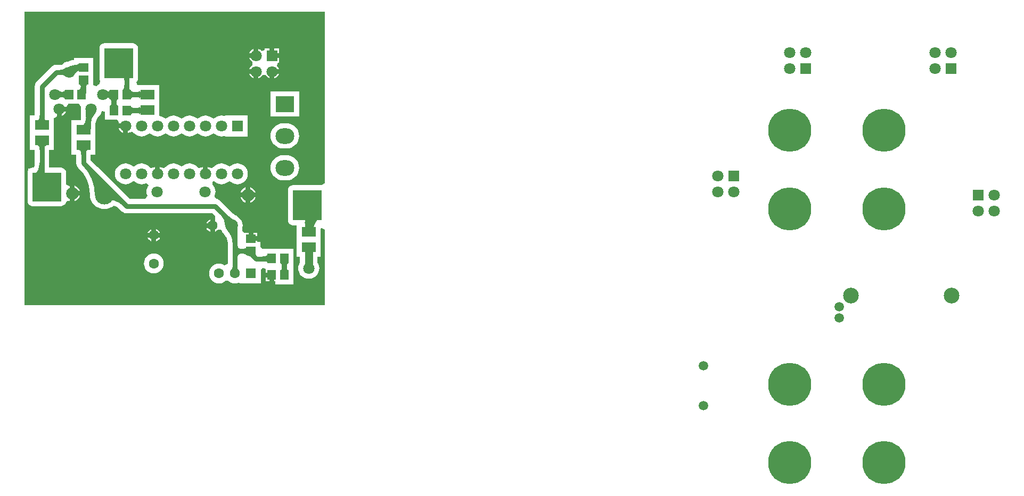
<source format=gtl>
%FSLAX25Y25*%
%MOIN*%
G70*
G01*
G75*
G04 Layer_Physical_Order=1*
G04 Layer_Color=255*
%ADD10C,0.03000*%
%ADD11C,0.05000*%
%ADD12R,0.09055X0.05906*%
%ADD13R,0.05906X0.05512*%
%ADD14R,0.05512X0.05906*%
%ADD15R,0.18000X0.19000*%
%ADD16R,0.18000X0.18000*%
%ADD17C,0.09843*%
%ADD18C,0.05906*%
%ADD19C,0.07087*%
%ADD20R,0.07087X0.07087*%
%ADD21C,0.07874*%
%ADD22C,0.06299*%
%ADD23R,0.06299X0.06299*%
%ADD24C,0.06299*%
%ADD25C,0.27000*%
%ADD26O,0.11811X0.09843*%
%ADD27R,0.11811X0.09843*%
%ADD28R,0.07087X0.07087*%
%ADD29C,0.11811*%
G36*
X2788000Y860550D02*
X2787662Y860097D01*
X2786032Y859022D01*
X2786000Y859026D01*
X2768000D01*
X2767217Y858923D01*
X2766487Y858620D01*
X2765860Y858140D01*
X2765380Y857513D01*
X2765077Y856783D01*
X2764974Y856000D01*
Y837000D01*
X2765077Y836217D01*
X2765380Y835487D01*
X2765860Y834860D01*
X2766487Y834379D01*
X2767217Y834077D01*
X2768000Y833974D01*
X2770472D01*
Y823981D01*
Y814113D01*
X2772453D01*
Y810502D01*
X2771926Y809516D01*
X2771551Y808283D01*
X2771425Y807000D01*
X2771551Y805717D01*
X2771926Y804484D01*
X2772533Y803347D01*
X2773351Y802351D01*
X2774347Y801533D01*
X2775484Y800926D01*
X2776717Y800551D01*
X2778000Y800425D01*
X2779283Y800551D01*
X2780516Y800926D01*
X2781653Y801533D01*
X2782649Y802351D01*
X2783467Y803347D01*
X2784075Y804484D01*
X2784449Y805717D01*
X2784575Y807000D01*
X2784449Y808283D01*
X2784075Y809516D01*
X2783548Y810502D01*
Y814113D01*
X2785528D01*
Y823981D01*
Y831952D01*
X2786032Y832224D01*
X2788000Y831048D01*
Y784000D01*
X2600000D01*
Y968000D01*
X2788000D01*
Y860550D01*
D02*
G37*
%LPC*%
G36*
X2741500Y857722D02*
Y854500D01*
X2744723D01*
X2744312Y855490D01*
X2743521Y856521D01*
X2742490Y857312D01*
X2741500Y857722D01*
D02*
G37*
G36*
X2738500D02*
X2737510Y857312D01*
X2736479Y856521D01*
X2735687Y855490D01*
X2735278Y854500D01*
X2738500D01*
Y857722D01*
D02*
G37*
G36*
X2744723Y851500D02*
X2741500D01*
Y848277D01*
X2742490Y848687D01*
X2743521Y849479D01*
X2744312Y850510D01*
X2744723Y851500D01*
D02*
G37*
G36*
X2634723Y852500D02*
X2631500D01*
Y849277D01*
X2632490Y849687D01*
X2633521Y850479D01*
X2634312Y851510D01*
X2634723Y852500D01*
D02*
G37*
G36*
X2763984Y897960D02*
X2762016D01*
X2760463Y897807D01*
X2758970Y897354D01*
X2757594Y896618D01*
X2756388Y895628D01*
X2755398Y894422D01*
X2754662Y893046D01*
X2754209Y891553D01*
X2754056Y890000D01*
X2754209Y888447D01*
X2754662Y886954D01*
X2755398Y885578D01*
X2756388Y884372D01*
X2757594Y883382D01*
X2758970Y882646D01*
X2760463Y882193D01*
X2762016Y882040D01*
X2763984D01*
X2765537Y882193D01*
X2767030Y882646D01*
X2768406Y883382D01*
X2769613Y884372D01*
X2770602Y885578D01*
X2771338Y886954D01*
X2771791Y888447D01*
X2771944Y890000D01*
X2771791Y891553D01*
X2771338Y893046D01*
X2770602Y894422D01*
X2769613Y895628D01*
X2768406Y896618D01*
X2767030Y897354D01*
X2765537Y897807D01*
X2763984Y897960D01*
D02*
G37*
G36*
X2661800Y894700D02*
X2659004D01*
X2659331Y893909D01*
X2660060Y892960D01*
X2661009Y892231D01*
X2661800Y891904D01*
Y894700D01*
D02*
G37*
G36*
X2631500Y858722D02*
Y855500D01*
X2634723D01*
X2634312Y856490D01*
X2633521Y857521D01*
X2632490Y858313D01*
X2631500Y858722D01*
D02*
G37*
G36*
X2763984Y877960D02*
X2762016D01*
X2760463Y877807D01*
X2758970Y877354D01*
X2757594Y876618D01*
X2756388Y875628D01*
X2755398Y874422D01*
X2754662Y873046D01*
X2754209Y871553D01*
X2754056Y870000D01*
X2754209Y868447D01*
X2754662Y866954D01*
X2755398Y865578D01*
X2756388Y864372D01*
X2757594Y863382D01*
X2758970Y862646D01*
X2760463Y862193D01*
X2762016Y862040D01*
X2763984D01*
X2765537Y862193D01*
X2767030Y862646D01*
X2768406Y863382D01*
X2769613Y864372D01*
X2770602Y865578D01*
X2771338Y866954D01*
X2771791Y868447D01*
X2771944Y870000D01*
X2771791Y871553D01*
X2771338Y873046D01*
X2770602Y874422D01*
X2769613Y875628D01*
X2768406Y876618D01*
X2767030Y877354D01*
X2765537Y877807D01*
X2763984Y877960D01*
D02*
G37*
G36*
X2738500Y851500D02*
X2735278D01*
X2735687Y850510D01*
X2736479Y849479D01*
X2737510Y848687D01*
X2738500Y848277D01*
Y851500D01*
D02*
G37*
G36*
X2679500Y826217D02*
X2677130D01*
X2677375Y825624D01*
X2678041Y824757D01*
X2678907Y824092D01*
X2679500Y823846D01*
Y826217D01*
D02*
G37*
G36*
X2684870D02*
X2682500D01*
Y823846D01*
X2683093Y824092D01*
X2683960Y824757D01*
X2684625Y825624D01*
X2684870Y826217D01*
D02*
G37*
G36*
X2753363Y801200D02*
X2751107D01*
Y798747D01*
X2753363D01*
Y801200D01*
D02*
G37*
G36*
X2681000Y816179D02*
X2679795Y816061D01*
X2678635Y815709D01*
X2677567Y815138D01*
X2676631Y814369D01*
X2675862Y813433D01*
X2675291Y812365D01*
X2674939Y811205D01*
X2674821Y810000D01*
X2674939Y808794D01*
X2675291Y807635D01*
X2675862Y806567D01*
X2676631Y805630D01*
X2677567Y804862D01*
X2678635Y804291D01*
X2679795Y803939D01*
X2681000Y803821D01*
X2682206Y803939D01*
X2683365Y804291D01*
X2684433Y804862D01*
X2685369Y805630D01*
X2686138Y806567D01*
X2686709Y807635D01*
X2687061Y808794D01*
X2687179Y810000D01*
X2687061Y811205D01*
X2686709Y812365D01*
X2686138Y813433D01*
X2685369Y814369D01*
X2684433Y815138D01*
X2683365Y815709D01*
X2682206Y816061D01*
X2681000Y816179D01*
D02*
G37*
G36*
X2743300Y829330D02*
Y827074D01*
X2745753D01*
Y829330D01*
X2743300D01*
D02*
G37*
G36*
X2716300Y832200D02*
X2713930D01*
X2714175Y831607D01*
X2714841Y830741D01*
X2715707Y830075D01*
X2716300Y829830D01*
Y832200D01*
D02*
G37*
G36*
Y837570D02*
X2715707Y837325D01*
X2714841Y836660D01*
X2714175Y835793D01*
X2713930Y835200D01*
X2716300D01*
Y837570D01*
D02*
G37*
G36*
X2679500Y831587D02*
X2678907Y831341D01*
X2678041Y830676D01*
X2677375Y829809D01*
X2677130Y829216D01*
X2679500D01*
Y831587D01*
D02*
G37*
G36*
X2682500D02*
Y829216D01*
X2684870D01*
X2684625Y829809D01*
X2683960Y830676D01*
X2683093Y831341D01*
X2682500Y831587D01*
D02*
G37*
G36*
X2771906Y917921D02*
X2754095D01*
Y902079D01*
X2771906D01*
Y917921D01*
D02*
G37*
G36*
X2759296Y928832D02*
X2756500D01*
Y926036D01*
X2757291Y926364D01*
X2758240Y927092D01*
X2758969Y928041D01*
X2759296Y928832D01*
D02*
G37*
G36*
X2743500Y944629D02*
X2742709Y944301D01*
X2741760Y943573D01*
X2741031Y942624D01*
X2740704Y941832D01*
X2743500D01*
Y944629D01*
D02*
G37*
G36*
X2626196Y905200D02*
X2623400D01*
Y902404D01*
X2624191Y902731D01*
X2625140Y903460D01*
X2625869Y904409D01*
X2626196Y905200D01*
D02*
G37*
G36*
X2743500Y928832D02*
X2740704D01*
X2741031Y928041D01*
X2741760Y927092D01*
X2742709Y926364D01*
X2743500Y926036D01*
Y928832D01*
D02*
G37*
G36*
X2759543Y944876D02*
X2756500D01*
Y941832D01*
X2759543D01*
Y944876D01*
D02*
G37*
G36*
X2753500D02*
X2750457D01*
Y943918D01*
X2748488Y943250D01*
X2748240Y943573D01*
X2747291Y944301D01*
X2746500Y944629D01*
Y940332D01*
X2745000D01*
Y938832D01*
X2740704D01*
X2741031Y938041D01*
X2741760Y937092D01*
X2742709Y936364D01*
Y934301D01*
X2741760Y933573D01*
X2741031Y932623D01*
X2740704Y931832D01*
X2745000D01*
Y930332D01*
X2746500D01*
Y926036D01*
X2747291Y926364D01*
X2748240Y927092D01*
X2748969Y928041D01*
X2751031D01*
X2751760Y927092D01*
X2752709Y926364D01*
X2753500Y926036D01*
Y930332D01*
X2755000D01*
Y931832D01*
X2759296D01*
X2758969Y932623D01*
X2758240Y933573D01*
X2757917Y933821D01*
X2758586Y935789D01*
X2759543D01*
Y938832D01*
X2755000D01*
Y940332D01*
X2753500D01*
Y944876D01*
D02*
G37*
G36*
X2668000Y948026D02*
X2650000D01*
X2649217Y947923D01*
X2648487Y947620D01*
X2647860Y947140D01*
X2647379Y946513D01*
X2647077Y945783D01*
X2646974Y945000D01*
Y926000D01*
X2647077Y925217D01*
X2647379Y924487D01*
X2647465Y924376D01*
X2647494Y924157D01*
X2647139Y922692D01*
X2646821Y922177D01*
X2646484Y922075D01*
X2645347Y921467D01*
X2644921Y921117D01*
X2643085Y921840D01*
X2642953Y921964D01*
Y922277D01*
X2642967Y922382D01*
X2642953Y922488D01*
Y927244D01*
Y938756D01*
X2634165D01*
X2634059Y938770D01*
X2633954Y938756D01*
X2631047D01*
Y937539D01*
X2631000D01*
X2629825Y937384D01*
X2629773Y937363D01*
X2629738Y937359D01*
X2627904Y936803D01*
X2627360Y936512D01*
X2626717Y936449D01*
X2625484Y936075D01*
X2624347Y935467D01*
X2623346Y934654D01*
X2621425Y934539D01*
X2620000D01*
X2618825Y934384D01*
X2617731Y933931D01*
X2616791Y933209D01*
X2607747Y924166D01*
X2607026Y923226D01*
X2606573Y922131D01*
X2606418Y920957D01*
Y902887D01*
X2603472D01*
Y890981D01*
Y881113D01*
X2606461D01*
Y872521D01*
X2606346Y871348D01*
X2605945Y870026D01*
X2605000D01*
X2604217Y869923D01*
X2603487Y869621D01*
X2603386Y869543D01*
X2602457D01*
Y868614D01*
X2602379Y868513D01*
X2602077Y867783D01*
X2601974Y867000D01*
Y849000D01*
X2602077Y848217D01*
X2602379Y847487D01*
X2602860Y846860D01*
X2603487Y846379D01*
X2604217Y846077D01*
X2605000Y845974D01*
X2623000D01*
X2623783Y846077D01*
X2624513Y846379D01*
X2625140Y846860D01*
X2625620Y847487D01*
X2625923Y848217D01*
X2625948Y848405D01*
X2626723Y849041D01*
X2627184Y849287D01*
X2627994Y849487D01*
X2628500Y849277D01*
Y854000D01*
Y858722D01*
X2627994Y858513D01*
X2626587Y859147D01*
X2626026Y859655D01*
Y867000D01*
X2625923Y867783D01*
X2625620Y868513D01*
X2625140Y869140D01*
X2624513Y869621D01*
X2623783Y869923D01*
X2623000Y870026D01*
X2615539D01*
Y881113D01*
X2618528D01*
Y890981D01*
Y901138D01*
X2618641Y901305D01*
X2620400Y902309D01*
Y906700D01*
X2621900D01*
Y908200D01*
X2626317D01*
X2627333Y909958D01*
X2627468Y910047D01*
X2634155D01*
X2635480Y908079D01*
X2635451Y907983D01*
X2635325Y906700D01*
X2635451Y905417D01*
X2635479Y905328D01*
X2635478Y904929D01*
X2635461Y904800D01*
Y900782D01*
X2635352Y899953D01*
X2629472D01*
Y888047D01*
Y878179D01*
X2632461D01*
Y873000D01*
X2632616Y871825D01*
X2633069Y870731D01*
X2633791Y869791D01*
X2634732Y868849D01*
X2636334Y867023D01*
X2638008Y864517D01*
X2639340Y861815D01*
X2640309Y858962D01*
X2640897Y856007D01*
X2641077Y853259D01*
X2641051Y853000D01*
X2641223Y851254D01*
X2641733Y849576D01*
X2642559Y848028D01*
X2643672Y846672D01*
X2645028Y845560D01*
X2646576Y844733D01*
X2648254Y844223D01*
X2650000Y844051D01*
X2651746Y844223D01*
X2653424Y844733D01*
X2654972Y845560D01*
X2655906Y846326D01*
X2656910Y845910D01*
X2658349Y845028D01*
X2659801Y843781D01*
X2660791Y842791D01*
X2661222Y842460D01*
X2661731Y842069D01*
X2662825Y841616D01*
X2664000Y841461D01*
X2717610D01*
X2719509Y839561D01*
X2719300Y838953D01*
Y833700D01*
Y829830D01*
X2719893Y830075D01*
X2720760Y830741D01*
X2721077Y831154D01*
X2722744Y831081D01*
X2723253Y830878D01*
X2723573Y830280D01*
X2723815Y829827D01*
X2724678Y828767D01*
X2725882Y827297D01*
X2726619Y825918D01*
X2727123Y824258D01*
X2727261Y822851D01*
Y817700D01*
Y809720D01*
X2725293Y808789D01*
X2725233Y808838D01*
X2724165Y809409D01*
X2723005Y809761D01*
X2721800Y809879D01*
X2720594Y809761D01*
X2719435Y809409D01*
X2718367Y808838D01*
X2717430Y808070D01*
X2716662Y807133D01*
X2716091Y806065D01*
X2715739Y804906D01*
X2715621Y803700D01*
X2715739Y802495D01*
X2716091Y801335D01*
X2716662Y800267D01*
X2717430Y799331D01*
X2718367Y798562D01*
X2719435Y797991D01*
X2720594Y797639D01*
X2721800Y797521D01*
X2723005Y797639D01*
X2724165Y797991D01*
X2725233Y798562D01*
X2726170Y799331D01*
X2727431D01*
X2728367Y798562D01*
X2729435Y797991D01*
X2730594Y797639D01*
X2731800Y797521D01*
X2733006Y797639D01*
X2733682Y797845D01*
X2735650Y797550D01*
Y797550D01*
X2735650Y797550D01*
X2747950D01*
Y805758D01*
X2749107Y807247D01*
X2749385D01*
X2751107Y806653D01*
X2751107Y805622D01*
Y804200D01*
X2754863D01*
Y802700D01*
X2756363D01*
Y798747D01*
X2756981D01*
Y796747D01*
X2768493D01*
Y805535D01*
X2768507Y805641D01*
X2768493Y805746D01*
Y810154D01*
X2768507Y810259D01*
X2768493Y810365D01*
Y819153D01*
X2749107D01*
X2747753Y820560D01*
Y823456D01*
X2745753D01*
Y824074D01*
X2741800D01*
Y825574D01*
X2740300D01*
Y829330D01*
X2737847D01*
X2736339Y830441D01*
Y830931D01*
X2736359Y831889D01*
X2736375Y832101D01*
X2736448Y832340D01*
X2736582Y833700D01*
X2736448Y835060D01*
X2736051Y836368D01*
X2735407Y837573D01*
X2734540Y838629D01*
X2733484Y839496D01*
X2732428Y840060D01*
X2732401Y840078D01*
X2732356Y840098D01*
X2732279Y840140D01*
X2732248Y840149D01*
X2731921Y840302D01*
X2731811Y840364D01*
X2731406Y840623D01*
X2731291Y840707D01*
X2730710Y841199D01*
X2728512Y843397D01*
X2727205Y844703D01*
X2727126Y844796D01*
X2725728Y846181D01*
X2722699Y849209D01*
X2721759Y849931D01*
X2720664Y850384D01*
X2720216Y850443D01*
X2719187Y851956D01*
X2719074Y852484D01*
X2719449Y853717D01*
X2719575Y855000D01*
X2719449Y856283D01*
X2719074Y857516D01*
X2718467Y858653D01*
X2717883Y859365D01*
X2717760Y860236D01*
X2718062Y861828D01*
X2718164Y861908D01*
X2718364Y861901D01*
X2718651Y861551D01*
X2719647Y860733D01*
X2720784Y860126D01*
X2722017Y859751D01*
X2723300Y859625D01*
X2724583Y859751D01*
X2725816Y860126D01*
X2726953Y860733D01*
X2728300Y861382D01*
X2729647Y860733D01*
X2730784Y860126D01*
X2732017Y859751D01*
X2733300Y859625D01*
X2734583Y859751D01*
X2735816Y860126D01*
X2736953Y860733D01*
X2737949Y861551D01*
X2738767Y862547D01*
X2739375Y863684D01*
X2739749Y864917D01*
X2739875Y866200D01*
X2739749Y867483D01*
X2739375Y868716D01*
X2738767Y869853D01*
X2737949Y870849D01*
X2736953Y871667D01*
X2735816Y872274D01*
X2734583Y872649D01*
X2733300Y872775D01*
X2732017Y872649D01*
X2730784Y872274D01*
X2729647Y871667D01*
X2728300Y871018D01*
X2726953Y871667D01*
X2725816Y872274D01*
X2724583Y872649D01*
X2723300Y872775D01*
X2722017Y872649D01*
X2720784Y872274D01*
X2719647Y871667D01*
X2718651Y870849D01*
X2718284Y870402D01*
X2717374Y869900D01*
X2715718Y870071D01*
X2715591Y870169D01*
X2714800Y870496D01*
Y866200D01*
X2711800D01*
Y870496D01*
X2711009Y870169D01*
X2710882Y870071D01*
X2709226Y869900D01*
X2708316Y870402D01*
X2707949Y870849D01*
X2706953Y871667D01*
X2705816Y872274D01*
X2704583Y872649D01*
X2703300Y872775D01*
X2702017Y872649D01*
X2700784Y872274D01*
X2699647Y871667D01*
X2698300Y871018D01*
X2696953Y871667D01*
X2695816Y872274D01*
X2694583Y872649D01*
X2693300Y872775D01*
X2692017Y872649D01*
X2690784Y872274D01*
X2689647Y871667D01*
X2688651Y870849D01*
X2688284Y870402D01*
X2687374Y869900D01*
X2685718Y870071D01*
X2685591Y870169D01*
X2684800Y870496D01*
Y866200D01*
X2681800D01*
Y870496D01*
X2681009Y870169D01*
X2680882Y870071D01*
X2679226Y869900D01*
X2678316Y870402D01*
X2677949Y870849D01*
X2676953Y871667D01*
X2675816Y872274D01*
X2674583Y872649D01*
X2673300Y872775D01*
X2672017Y872649D01*
X2670784Y872274D01*
X2669647Y871667D01*
X2668651Y870849D01*
X2667949D01*
X2666953Y871667D01*
X2665816Y872274D01*
X2664583Y872649D01*
X2663300Y872775D01*
X2662017Y872649D01*
X2660784Y872274D01*
X2659647Y871667D01*
X2658651Y870849D01*
X2657833Y869853D01*
X2657225Y868716D01*
X2656851Y867483D01*
X2656725Y866200D01*
X2656851Y864917D01*
X2657225Y863684D01*
X2657833Y862547D01*
X2658651Y861551D01*
X2659647Y860733D01*
X2660784Y860126D01*
X2662017Y859751D01*
X2663300Y859625D01*
X2664583Y859751D01*
X2665816Y860126D01*
X2666953Y860733D01*
X2667949Y861551D01*
X2668651D01*
X2669647Y860733D01*
X2670784Y860126D01*
X2672017Y859751D01*
X2673300Y859625D01*
X2674583Y859751D01*
X2675816Y860126D01*
X2676491Y860487D01*
X2677765Y858935D01*
X2677533Y858653D01*
X2676925Y857516D01*
X2676551Y856283D01*
X2676425Y855000D01*
X2676551Y853717D01*
X2676925Y852484D01*
X2675733Y850539D01*
X2665880D01*
X2661730Y854689D01*
X2661736Y854695D01*
X2661654Y854764D01*
X2656709Y859709D01*
X2656709Y859709D01*
X2650982Y865437D01*
X2650982Y865437D01*
X2650982Y865437D01*
X2647252Y869167D01*
X2645863Y870556D01*
X2645860Y870559D01*
X2645860Y870559D01*
X2644468Y871951D01*
X2641539Y874880D01*
Y878179D01*
X2644528D01*
Y888047D01*
Y894914D01*
X2644539Y895000D01*
Y896929D01*
X2644541Y896949D01*
X2644541Y896953D01*
X2644541Y896956D01*
X2644539Y897407D01*
X2644649Y898527D01*
X2645042Y899822D01*
X2645428Y900544D01*
X2646554Y902046D01*
X2647367Y903047D01*
X2647644Y903566D01*
X2647975Y904184D01*
X2648349Y905417D01*
X2650307Y905223D01*
Y900047D01*
X2658044D01*
X2658608Y899366D01*
X2659161Y898079D01*
X2659004Y897700D01*
X2663300D01*
Y896200D01*
X2664800D01*
Y891904D01*
X2665591Y892231D01*
X2665718Y892329D01*
X2667374Y892500D01*
X2668284Y891998D01*
X2668651Y891551D01*
X2669647Y890733D01*
X2670784Y890125D01*
X2672017Y889751D01*
X2673300Y889625D01*
X2674583Y889751D01*
X2675816Y890125D01*
X2676953Y890733D01*
X2678300Y891382D01*
X2679647Y890733D01*
X2680784Y890125D01*
X2682017Y889751D01*
X2683300Y889625D01*
X2684583Y889751D01*
X2685816Y890125D01*
X2686953Y890733D01*
X2688300Y891382D01*
X2689647Y890733D01*
X2690784Y890125D01*
X2692017Y889751D01*
X2693300Y889625D01*
X2694583Y889751D01*
X2695816Y890125D01*
X2696953Y890733D01*
X2698300Y891382D01*
X2699647Y890733D01*
X2700784Y890125D01*
X2702017Y889751D01*
X2703300Y889625D01*
X2704583Y889751D01*
X2705816Y890125D01*
X2706953Y890733D01*
X2708300Y891382D01*
X2709647Y890733D01*
X2710784Y890125D01*
X2712017Y889751D01*
X2713300Y889625D01*
X2714583Y889751D01*
X2715816Y890125D01*
X2716953Y890733D01*
X2718300Y891382D01*
X2719647Y890733D01*
X2720784Y890125D01*
X2722017Y889751D01*
X2723300Y889625D01*
X2724583Y889751D01*
X2724788Y889814D01*
X2726757Y889657D01*
X2726757Y889657D01*
X2726757Y889657D01*
X2739843D01*
Y902743D01*
X2726757D01*
X2726757Y902743D01*
X2724788Y902586D01*
X2724583Y902649D01*
X2723300Y902775D01*
X2722017Y902649D01*
X2720784Y902275D01*
X2719647Y901667D01*
X2718300Y901018D01*
X2716953Y901667D01*
X2715816Y902275D01*
X2714583Y902649D01*
X2713300Y902775D01*
X2712017Y902649D01*
X2710784Y902275D01*
X2709647Y901667D01*
X2708300Y901018D01*
X2706953Y901667D01*
X2705816Y902275D01*
X2704583Y902649D01*
X2703300Y902775D01*
X2702017Y902649D01*
X2700784Y902275D01*
X2699647Y901667D01*
X2698300Y901018D01*
X2696953Y901667D01*
X2695816Y902275D01*
X2694583Y902649D01*
X2693300Y902775D01*
X2692017Y902649D01*
X2690784Y902275D01*
X2689647Y901667D01*
X2688300Y901018D01*
X2686953Y901667D01*
X2685816Y902275D01*
X2684583Y902649D01*
X2684528Y902654D01*
Y909981D01*
Y921887D01*
X2672590D01*
X2672484Y921900D01*
X2672379Y921887D01*
X2670801D01*
X2670133Y923855D01*
X2670140Y923860D01*
X2670621Y924487D01*
X2670923Y925217D01*
X2671026Y926000D01*
Y945000D01*
X2670923Y945783D01*
X2670621Y946513D01*
X2670543Y946614D01*
Y946876D01*
X2670342D01*
X2670140Y947140D01*
X2669513Y947620D01*
X2668783Y947923D01*
X2668000Y948026D01*
D02*
G37*
%LPD*%
G36*
X2625470Y927520D02*
X2625269Y927706D01*
X2625050Y927873D01*
X2624813Y928020D01*
X2624559Y928147D01*
X2624288Y928255D01*
X2623998Y928343D01*
X2623691Y928412D01*
X2623366Y928461D01*
X2623024Y928490D01*
X2622664Y928500D01*
Y931500D01*
X2623024Y931510D01*
X2623366Y931539D01*
X2623691Y931588D01*
X2623998Y931657D01*
X2624288Y931745D01*
X2624559Y931853D01*
X2624813Y931980D01*
X2625050Y932127D01*
X2625269Y932294D01*
X2625470Y932480D01*
Y927520D01*
D02*
G37*
G36*
X2666435Y927758D02*
X2666245Y927560D01*
X2666076Y927344D01*
X2665926Y927110D01*
X2665796Y926859D01*
X2665686Y926589D01*
X2665597Y926300D01*
X2665527Y925994D01*
X2665477Y925670D01*
X2665447Y925328D01*
X2665437Y924967D01*
X2662437Y925026D01*
X2662427Y925386D01*
X2662399Y925729D01*
X2662350Y926054D01*
X2662283Y926362D01*
X2662197Y926653D01*
X2662091Y926926D01*
X2661966Y927182D01*
X2661821Y927421D01*
X2661658Y927642D01*
X2661475Y927846D01*
X2666435Y927758D01*
D02*
G37*
G36*
X2733381Y832539D02*
X2733364Y832410D01*
X2733336Y832033D01*
X2733301Y830406D01*
X2733300Y829963D01*
X2730300Y827462D01*
X2730286Y827864D01*
X2730243Y828229D01*
X2730173Y828558D01*
X2730073Y828850D01*
X2729946Y829105D01*
X2729790Y829324D01*
X2729606Y829506D01*
X2729394Y829651D01*
X2729153Y829759D01*
X2728884Y829831D01*
X2733400Y832629D01*
X2733381Y832539D01*
D02*
G37*
G36*
X2752119Y810259D02*
X2752089Y810495D01*
X2751999Y810706D01*
X2751849Y810892D01*
X2751639Y811053D01*
X2751369Y811190D01*
X2751039Y811302D01*
X2750649Y811388D01*
X2750199Y811450D01*
X2749689Y811488D01*
X2749119Y811500D01*
Y814500D01*
X2749689Y814515D01*
X2750199Y814560D01*
X2750649Y814635D01*
X2751039Y814740D01*
X2751369Y814875D01*
X2751639Y815040D01*
X2751849Y815235D01*
X2751999Y815460D01*
X2752089Y815715D01*
X2752119Y816000D01*
Y810259D01*
D02*
G37*
G36*
X2733307Y808026D02*
X2733363Y807420D01*
X2733413Y807148D01*
X2733476Y806897D01*
X2733554Y806666D01*
X2733645Y806456D01*
X2733751Y806267D01*
X2733871Y806098D01*
X2734005Y805949D01*
X2729595D01*
X2729729Y806098D01*
X2729849Y806267D01*
X2729955Y806456D01*
X2730046Y806666D01*
X2730124Y806897D01*
X2730187Y807148D01*
X2730237Y807420D01*
X2730272Y807713D01*
X2730293Y808026D01*
X2730300Y808359D01*
X2733300D01*
X2733307Y808026D01*
D02*
G37*
G36*
X2765245Y810229D02*
X2765033Y810139D01*
X2764846Y809989D01*
X2764685Y809779D01*
X2764548Y809509D01*
X2764436Y809179D01*
X2764349Y808789D01*
X2764287Y808339D01*
X2764260Y807971D01*
X2764349Y807111D01*
X2764436Y806721D01*
X2764548Y806391D01*
X2764685Y806121D01*
X2764846Y805911D01*
X2765033Y805761D01*
X2765245Y805671D01*
X2765481Y805641D01*
X2759993D01*
X2760229Y805671D01*
X2760441Y805761D01*
X2760628Y805911D01*
X2760789Y806121D01*
X2760926Y806391D01*
X2761038Y806721D01*
X2761125Y807111D01*
X2761187Y807561D01*
X2761214Y807929D01*
X2761125Y808789D01*
X2761038Y809179D01*
X2760926Y809509D01*
X2760789Y809779D01*
X2760628Y809989D01*
X2760441Y810139D01*
X2760229Y810229D01*
X2759993Y810259D01*
X2765481D01*
X2765245Y810229D01*
D02*
G37*
G36*
X2634059Y930256D02*
X2634029Y930492D01*
X2633939Y930704D01*
X2633789Y930890D01*
X2633579Y931052D01*
X2633309Y931189D01*
X2632979Y931301D01*
X2632589Y931388D01*
X2632139Y931450D01*
X2631629Y931488D01*
X2631059Y931500D01*
Y934500D01*
X2631629Y934512D01*
X2632589Y934612D01*
X2632979Y934699D01*
X2633309Y934811D01*
X2633579Y934948D01*
X2633789Y935110D01*
X2633939Y935296D01*
X2634029Y935508D01*
X2634059Y935744D01*
Y930256D01*
D02*
G37*
G36*
X2733330Y821630D02*
X2733420Y821120D01*
X2733570Y820670D01*
X2733780Y820280D01*
X2734050Y819950D01*
X2734380Y819680D01*
X2734770Y819470D01*
X2735220Y819320D01*
X2735730Y819230D01*
X2736171Y819207D01*
X2736429Y819212D01*
X2737389Y819312D01*
X2737779Y819399D01*
X2738109Y819511D01*
X2738379Y819648D01*
X2738589Y819810D01*
X2738739Y819996D01*
X2738829Y820208D01*
X2738859Y820444D01*
Y814956D01*
X2738829Y815192D01*
X2738739Y815404D01*
X2738589Y815590D01*
X2738379Y815752D01*
X2738109Y815889D01*
X2737779Y816001D01*
X2737389Y816088D01*
X2736939Y816150D01*
X2736429Y816188D01*
X2736171Y816193D01*
X2735730Y816170D01*
X2735220Y816080D01*
X2734770Y815930D01*
X2734380Y815720D01*
X2734050Y815450D01*
X2733780Y815120D01*
X2733570Y814730D01*
X2733420Y814280D01*
X2733330Y813770D01*
X2733300Y813200D01*
X2730300Y817700D01*
X2733300Y822200D01*
X2733330Y821630D01*
D02*
G37*
G36*
X2744523Y817049D02*
X2744383Y816885D01*
X2744320Y816679D01*
X2744336Y816430D01*
X2744429Y816140D01*
X2744600Y815808D01*
X2744848Y815434D01*
X2745175Y815018D01*
X2745579Y814560D01*
X2746061Y814061D01*
X2743044Y812835D01*
X2742532Y813329D01*
X2741588Y814130D01*
X2741156Y814436D01*
X2740752Y814679D01*
X2740374Y814860D01*
X2740023Y814978D01*
X2739699Y815034D01*
X2739402Y815026D01*
X2739132Y814956D01*
X2744741Y817171D01*
X2744523Y817049D01*
D02*
G37*
G36*
X2639715Y881173D02*
X2639460Y881083D01*
X2639235Y880933D01*
X2639040Y880722D01*
X2638875Y880451D01*
X2638740Y880119D01*
X2638635Y879728D01*
X2638560Y879276D01*
X2638515Y878764D01*
X2638500Y878191D01*
X2635500D01*
X2635485Y878764D01*
X2635440Y879276D01*
X2635365Y879728D01*
X2635260Y880119D01*
X2635125Y880451D01*
X2634960Y880722D01*
X2634765Y880933D01*
X2634540Y881083D01*
X2634285Y881173D01*
X2634000Y881203D01*
X2640000D01*
X2639715Y881173D01*
D02*
G37*
G36*
X2612531Y866531D02*
X2608000Y866519D01*
X2608285Y866550D01*
X2608540Y866641D01*
X2608765Y866792D01*
X2608960Y867003D01*
X2609125Y867274D01*
X2609260Y867605D01*
X2609365Y867997D01*
X2609440Y868448D01*
X2609485Y868960D01*
X2609500Y869531D01*
X2612500D01*
X2612531Y866531D01*
D02*
G37*
G36*
X2654085Y857265D02*
X2646829Y857982D01*
X2647163Y858230D01*
X2647417Y858498D01*
X2647590Y858785D01*
X2647683Y859091D01*
X2647695Y859417D01*
X2647626Y859762D01*
X2647477Y860126D01*
X2647247Y860509D01*
X2646936Y860912D01*
X2646545Y861334D01*
X2649777Y862344D01*
X2654085Y857265D01*
D02*
G37*
G36*
X2613715Y884107D02*
X2613460Y884017D01*
X2613235Y883866D01*
X2613040Y883655D01*
X2612875Y883384D01*
X2612740Y883053D01*
X2612635Y882662D01*
X2612560Y882210D01*
X2612515Y881698D01*
X2612500Y881125D01*
X2609500D01*
X2609485Y881698D01*
X2609440Y882210D01*
X2609365Y882662D01*
X2609260Y883053D01*
X2609125Y883384D01*
X2608960Y883655D01*
X2608765Y883866D01*
X2608540Y884017D01*
X2608285Y884107D01*
X2608000Y884137D01*
X2614000D01*
X2613715Y884107D01*
D02*
G37*
G36*
X2641516Y896941D02*
X2637000Y896929D01*
X2637285Y896960D01*
X2637540Y897050D01*
X2637765Y897202D01*
X2637960Y897413D01*
X2638125Y897684D01*
X2638260Y898015D01*
X2638365Y898406D01*
X2638440Y898858D01*
X2638485Y899369D01*
X2638500Y899941D01*
X2641500D01*
X2641516Y896941D01*
D02*
G37*
G36*
X2612472Y902302D02*
X2612517Y901790D01*
X2612592Y901338D01*
X2612697Y900947D01*
X2612832Y900616D01*
X2612997Y900344D01*
X2613192Y900134D01*
X2613417Y899983D01*
X2613672Y899893D01*
X2613957Y899863D01*
X2607957D01*
X2608242Y899893D01*
X2608497Y899983D01*
X2608722Y900134D01*
X2608917Y900344D01*
X2609082Y900616D01*
X2609217Y900947D01*
X2609322Y901338D01*
X2609397Y901790D01*
X2609442Y902302D01*
X2609457Y902875D01*
X2612457D01*
X2612472Y902302D01*
D02*
G37*
G36*
X2642637Y903234D02*
X2642421Y903169D01*
X2642228Y903070D01*
X2642057Y902936D01*
X2641909Y902769D01*
X2641784Y902568D01*
X2641682Y902333D01*
X2641602Y902064D01*
X2641545Y901761D01*
X2641511Y901424D01*
X2641500Y901053D01*
X2638500Y901583D01*
X2638505Y905686D01*
X2642637Y903234D01*
D02*
G37*
G36*
X2672484Y903125D02*
X2672454Y903387D01*
X2672364Y903620D01*
X2672214Y903826D01*
X2672004Y904005D01*
X2671734Y904156D01*
X2671404Y904280D01*
X2671014Y904376D01*
X2670564Y904445D01*
X2670054Y904486D01*
X2669585Y904498D01*
X2669111Y904486D01*
X2668601Y904442D01*
X2668151Y904370D01*
X2667761Y904270D01*
X2667431Y904140D01*
X2667161Y903981D01*
X2666951Y903794D01*
X2666801Y903578D01*
X2666711Y903333D01*
X2666681Y903059D01*
Y908941D01*
X2666711Y908667D01*
X2666801Y908422D01*
X2666951Y908206D01*
X2667161Y908019D01*
X2667431Y907860D01*
X2667761Y907730D01*
X2668151Y907630D01*
X2668601Y907558D01*
X2669111Y907514D01*
X2669581Y907502D01*
X2670054Y907515D01*
X2670564Y907560D01*
X2671014Y907635D01*
X2671404Y907740D01*
X2671734Y907875D01*
X2672004Y908040D01*
X2672214Y908235D01*
X2672364Y908460D01*
X2672454Y908715D01*
X2672484Y909000D01*
Y903125D01*
D02*
G37*
G36*
X2639667Y922352D02*
X2639422Y922262D01*
X2639206Y922112D01*
X2639019Y921902D01*
X2638860Y921632D01*
X2638730Y921302D01*
X2638630Y920912D01*
X2638558Y920465D01*
X2638618Y918941D01*
X2634000Y918929D01*
X2634285Y918960D01*
X2634540Y919051D01*
X2634765Y919201D01*
X2634960Y919413D01*
X2635125Y919684D01*
X2635260Y920015D01*
X2635365Y920406D01*
X2635409Y920671D01*
X2635370Y920912D01*
X2635270Y921302D01*
X2635140Y921632D01*
X2634981Y921902D01*
X2634794Y922112D01*
X2634578Y922262D01*
X2634333Y922352D01*
X2634059Y922382D01*
X2639941D01*
X2639667Y922352D01*
D02*
G37*
G36*
X2665450Y921371D02*
X2665549Y920411D01*
X2665636Y920021D01*
X2665748Y919691D01*
X2665885Y919421D01*
X2666047Y919211D01*
X2666233Y919061D01*
X2666445Y918971D01*
X2666681Y918941D01*
X2661193D01*
X2661429Y918971D01*
X2661641Y919061D01*
X2661827Y919211D01*
X2661989Y919421D01*
X2662126Y919691D01*
X2662238Y920021D01*
X2662325Y920411D01*
X2662387Y920861D01*
X2662425Y921371D01*
X2662437Y921941D01*
X2665437D01*
X2665450Y921371D01*
D02*
G37*
G36*
X2728594Y839025D02*
X2729420Y838326D01*
X2729699Y838123D01*
X2730261Y837763D01*
X2730544Y837606D01*
X2731115Y837338D01*
X2726003Y835277D01*
X2726110Y835567D01*
X2726174Y835858D01*
X2726197Y836149D01*
X2726177Y836439D01*
X2726117Y836730D01*
X2726014Y837020D01*
X2725870Y837311D01*
X2725683Y837602D01*
X2725455Y837892D01*
X2725186Y838183D01*
X2728322Y839289D01*
X2728594Y839025D01*
D02*
G37*
G36*
X2653319Y917587D02*
X2653634Y917539D01*
X2653976Y917510D01*
X2654336Y917500D01*
Y914500D01*
X2653976Y914490D01*
X2653634Y914461D01*
X2653319Y914413D01*
Y913059D01*
X2658807D01*
X2658571Y913029D01*
X2658359Y912939D01*
X2658172Y912789D01*
X2658011Y912579D01*
X2657874Y912309D01*
X2657762Y911979D01*
X2657675Y911589D01*
X2657613Y911139D01*
X2657607Y911064D01*
X2657675Y910411D01*
X2657762Y910021D01*
X2657874Y909691D01*
X2658011Y909421D01*
X2658172Y909211D01*
X2658359Y909061D01*
X2658571Y908971D01*
X2658807Y908941D01*
X2653319D01*
X2653555Y908971D01*
X2653767Y909061D01*
X2653954Y909211D01*
X2654115Y909421D01*
X2654252Y909691D01*
X2654364Y910021D01*
X2654451Y910411D01*
X2654513Y910861D01*
X2654519Y910936D01*
X2654451Y911589D01*
X2654364Y911979D01*
X2654252Y912309D01*
X2654115Y912579D01*
X2653954Y912789D01*
X2653767Y912939D01*
X2653555Y913029D01*
X2653319Y913059D01*
X2653289Y913333D01*
X2653199Y913578D01*
X2653049Y913794D01*
X2652839Y913981D01*
X2652569Y914140D01*
X2652495Y914169D01*
X2652441Y914147D01*
X2652187Y914020D01*
X2651950Y913873D01*
X2651731Y913706D01*
X2651530Y913520D01*
Y914421D01*
X2651399Y914442D01*
X2650889Y914486D01*
X2650319Y914500D01*
Y917500D01*
X2650889Y917514D01*
X2651399Y917558D01*
X2651530Y917579D01*
Y918480D01*
X2651731Y918294D01*
X2651950Y918127D01*
X2652187Y917980D01*
X2652441Y917853D01*
X2652495Y917831D01*
X2652569Y917860D01*
X2652839Y918019D01*
X2653049Y918206D01*
X2653199Y918422D01*
X2653289Y918667D01*
X2653319Y918941D01*
Y917587D01*
D02*
G37*
G36*
X2666711Y918667D02*
X2666801Y918422D01*
X2666951Y918206D01*
X2667161Y918019D01*
X2667431Y917860D01*
X2667761Y917731D01*
X2668151Y917630D01*
X2668601Y917558D01*
X2669111Y917514D01*
X2669585Y917502D01*
X2670054Y917514D01*
X2670564Y917555D01*
X2671014Y917624D01*
X2671404Y917720D01*
X2671734Y917844D01*
X2672004Y917995D01*
X2672214Y918174D01*
X2672364Y918380D01*
X2672454Y918613D01*
X2672484Y918875D01*
Y913000D01*
X2672454Y913285D01*
X2672364Y913540D01*
X2672214Y913765D01*
X2672004Y913960D01*
X2671734Y914125D01*
X2671404Y914260D01*
X2671014Y914365D01*
X2670564Y914440D01*
X2670054Y914485D01*
X2669581Y914497D01*
X2669111Y914486D01*
X2668601Y914442D01*
X2668151Y914370D01*
X2667761Y914270D01*
X2667431Y914140D01*
X2667161Y913981D01*
X2666951Y913794D01*
X2666801Y913578D01*
X2666711Y913333D01*
X2666681Y913059D01*
Y918941D01*
X2666711Y918667D01*
D02*
G37*
G36*
X2625256Y913059D02*
X2625226Y913333D01*
X2625136Y913578D01*
X2624986Y913794D01*
X2624776Y913981D01*
X2624506Y914140D01*
X2624176Y914270D01*
X2623786Y914370D01*
X2623421Y914429D01*
X2623309Y914412D01*
X2623002Y914343D01*
X2622712Y914255D01*
X2622441Y914147D01*
X2622186Y914020D01*
X2621950Y913873D01*
X2621731Y913706D01*
X2621530Y913520D01*
Y918480D01*
X2621731Y918294D01*
X2621950Y918127D01*
X2622186Y917980D01*
X2622441Y917853D01*
X2622712Y917745D01*
X2623002Y917657D01*
X2623309Y917588D01*
X2623421Y917571D01*
X2623786Y917630D01*
X2624176Y917731D01*
X2624506Y917860D01*
X2624776Y918019D01*
X2624986Y918206D01*
X2625136Y918422D01*
X2625226Y918667D01*
X2625256Y918941D01*
Y913059D01*
D02*
G37*
G36*
X2659344Y852777D02*
X2658334Y849545D01*
X2657912Y849936D01*
X2657509Y850247D01*
X2657126Y850477D01*
X2656762Y850626D01*
X2656417Y850695D01*
X2656091Y850683D01*
X2655785Y850591D01*
X2655498Y850417D01*
X2655230Y850163D01*
X2654982Y849829D01*
X2654265Y857085D01*
X2659344Y852777D01*
D02*
G37*
D10*
X2626555Y928555D02*
G03*
X2623067Y930000I-3488J-3488D01*
G01*
D02*
G03*
X2626555Y931445I0J4933D01*
G01*
X2631646Y933000D02*
G03*
X2627184Y930499I0J-5232D01*
G01*
X2637000Y933000D02*
G03*
X2629743Y928933I0J-8508D01*
G01*
X2620445Y917445D02*
G03*
X2623933Y916000I3488J3488D01*
G01*
D02*
G03*
X2620445Y914555I0J-4933D01*
G01*
X2650445Y917445D02*
G03*
X2653933Y916000I3488J3488D01*
G01*
D02*
G03*
X2650445Y914555I0J-4933D01*
G01*
X2658521Y851479D02*
G03*
X2649845Y854587I-7626J-7626D01*
G01*
X2663010Y846990D02*
G03*
X2650137Y851601I-11316J-11316D01*
G01*
X2651595Y853000D02*
G03*
X2647772Y862228I-13050J0D01*
G01*
X2648594Y853000D02*
G03*
X2642651Y867349I-20293J0D01*
G01*
X2645594Y853000D02*
G03*
X2637530Y872470I-27535J0D01*
G01*
X2665445Y928887D02*
G03*
X2663937Y925247I3640J-3640D01*
G01*
Y925551D02*
G03*
X2662555Y928887I-4718J0D01*
G01*
X2607555Y864445D02*
G03*
X2611000Y872761I-8317J8317D01*
G01*
X2730634Y804866D02*
G03*
X2731800Y807683I-2816J2816D01*
G01*
D02*
G03*
X2732966Y804866I3982J0D01*
G01*
X2727174Y833700D02*
G03*
X2723910Y841580I-11143J0D01*
G01*
X2731800Y829774D02*
G03*
X2730009Y834098I-6115J0D01*
G01*
X2731800Y822532D02*
G03*
X2727888Y831977I-13357J0D01*
G01*
X2643345Y905255D02*
G03*
X2640000Y897180I8075J-8075D01*
G01*
X2663049Y917085D02*
G03*
X2663937Y919229I-2144J2144D01*
G01*
D02*
G03*
X2664825Y917085I3032J0D01*
G01*
Y916888D02*
G03*
X2666969Y916000I2144J2144D01*
G01*
D02*
G03*
X2664825Y915112I0J-3032D01*
G01*
X2656951Y914915D02*
G03*
X2656063Y912771I2144J-2144D01*
G01*
D02*
G03*
X2655175Y914915I-3032J0D01*
G01*
Y915112D02*
G03*
X2653031Y916000I-2144J-2144D01*
G01*
D02*
G03*
X2655175Y916888I0J3032D01*
G01*
X2664825Y906888D02*
G03*
X2666969Y906000I2144J2144D01*
G01*
D02*
G03*
X2664825Y905112I0J-3032D01*
G01*
X2655175Y907085D02*
G03*
X2656063Y909229I-2144J2144D01*
G01*
D02*
G03*
X2656951Y907085I3032J0D01*
G01*
X2674398Y914907D02*
G03*
X2671758Y916000I-2640J-2640D01*
G01*
X2672078D02*
G03*
X2674398Y916961I0J3281D01*
G01*
Y905039D02*
G03*
X2672078Y906000I-2320J-2320D01*
G01*
X2671758D02*
G03*
X2674398Y907093I0J3733D01*
G01*
X2609973Y897961D02*
G03*
X2610957Y900336I-2375J2375D01*
G01*
Y900546D02*
G03*
X2612027Y897961I3655J0D01*
G01*
Y886039D02*
G03*
X2611000Y883559I2480J-2480D01*
G01*
D02*
G03*
X2609973Y886039I-3507J0D01*
G01*
X2634986Y917085D02*
G03*
X2637000Y921947I-4862J4862D01*
G01*
X2627112Y915112D02*
G03*
X2624968Y916000I-2144J-2144D01*
G01*
D02*
G03*
X2627112Y916888I0J3032D01*
G01*
X2635915Y932112D02*
G03*
X2633771Y933000I-2144J-2144D01*
G01*
D02*
G03*
X2635915Y933888I0J3032D01*
G01*
X2637888Y924238D02*
G03*
X2637000Y922094I2144J-2144D01*
G01*
D02*
G03*
X2636112Y924238I-3032J0D01*
G01*
X2763625Y812115D02*
G03*
X2762737Y809971I2144J-2144D01*
G01*
D02*
G03*
X2761849Y812115I-3032J0D01*
G01*
X2753975D02*
G03*
X2751839Y813000I-2136J-2136D01*
G01*
X2751823D02*
G03*
X2753975Y813891I0J3043D01*
G01*
X2761849Y803785D02*
G03*
X2762737Y805929I-2144J2144D01*
G01*
D02*
G03*
X2763625Y803785I3032J0D01*
G01*
X2743209Y817373D02*
G03*
X2744151Y813849I3519J-948D01*
G01*
X2740715Y816812D02*
G03*
X2738571Y817700I-2144J-2144D01*
G01*
D02*
G03*
X2740715Y818588I0J3032D01*
G01*
X2637938Y883023D02*
G03*
X2637000Y881000I1712J-2023D01*
G01*
D02*
G03*
X2636062Y883023I-2650J0D01*
G01*
X2638027Y883105D02*
G03*
X2637000Y880625I2480J-2480D01*
G01*
D02*
G03*
X2635973Y883105I-3507J0D01*
G01*
X2637548Y895027D02*
G03*
X2640000Y900948I-5921J5921D01*
G01*
X2626555Y928555D02*
G03*
X2623067Y930000I-3488J-3488D01*
G01*
D02*
G03*
X2626555Y931445I0J4933D01*
G01*
X2631646Y933000D02*
G03*
X2627184Y930499I0J-5232D01*
G01*
X2637000Y933000D02*
G03*
X2629743Y928933I0J-8508D01*
G01*
X2620445Y917445D02*
G03*
X2623933Y916000I3488J3488D01*
G01*
D02*
G03*
X2620445Y914555I0J-4933D01*
G01*
X2650445Y917445D02*
G03*
X2653933Y916000I3488J3488D01*
G01*
D02*
G03*
X2650445Y914555I0J-4933D01*
G01*
X2658521Y851479D02*
G03*
X2649845Y854587I-7626J-7626D01*
G01*
X2663010Y846990D02*
G03*
X2650137Y851601I-11316J-11316D01*
G01*
X2651595Y853000D02*
G03*
X2647772Y862228I-13050J0D01*
G01*
X2648594Y853000D02*
G03*
X2642651Y867349I-20293J0D01*
G01*
X2645594Y853000D02*
G03*
X2637530Y872470I-27535J0D01*
G01*
X2665445Y928887D02*
G03*
X2663937Y925247I3640J-3640D01*
G01*
Y925551D02*
G03*
X2662555Y928887I-4718J0D01*
G01*
X2607555Y864445D02*
G03*
X2611000Y872761I-8317J8317D01*
G01*
X2730634Y804866D02*
G03*
X2731800Y807683I-2816J2816D01*
G01*
D02*
G03*
X2732966Y804866I3982J0D01*
G01*
X2727174Y833700D02*
G03*
X2723910Y841580I-11143J0D01*
G01*
X2731800Y829774D02*
G03*
X2730009Y834098I-6115J0D01*
G01*
X2731800Y822532D02*
G03*
X2727888Y831977I-13357J0D01*
G01*
X2643345Y905255D02*
G03*
X2640000Y897180I8075J-8075D01*
G01*
X2663049Y917085D02*
G03*
X2663937Y919229I-2144J2144D01*
G01*
D02*
G03*
X2664825Y917085I3032J0D01*
G01*
Y916888D02*
G03*
X2666969Y916000I2144J2144D01*
G01*
D02*
G03*
X2664825Y915112I0J-3032D01*
G01*
X2656951Y914915D02*
G03*
X2656063Y912771I2144J-2144D01*
G01*
D02*
G03*
X2655175Y914915I-3032J0D01*
G01*
Y915112D02*
G03*
X2653031Y916000I-2144J-2144D01*
G01*
D02*
G03*
X2655175Y916888I0J3032D01*
G01*
X2664825Y906888D02*
G03*
X2666969Y906000I2144J2144D01*
G01*
D02*
G03*
X2664825Y905112I0J-3032D01*
G01*
X2655175Y907085D02*
G03*
X2656063Y909229I-2144J2144D01*
G01*
D02*
G03*
X2656951Y907085I3032J0D01*
G01*
X2674398Y914907D02*
G03*
X2671758Y916000I-2640J-2640D01*
G01*
X2672078D02*
G03*
X2674398Y916961I0J3281D01*
G01*
Y905039D02*
G03*
X2672078Y906000I-2320J-2320D01*
G01*
X2671758D02*
G03*
X2674398Y907093I0J3733D01*
G01*
X2609973Y897961D02*
G03*
X2610957Y900336I-2375J2375D01*
G01*
Y900546D02*
G03*
X2612027Y897961I3655J0D01*
G01*
Y886039D02*
G03*
X2611000Y883559I2480J-2480D01*
G01*
D02*
G03*
X2609973Y886039I-3507J0D01*
G01*
X2634986Y917085D02*
G03*
X2637000Y921947I-4862J4862D01*
G01*
X2627112Y915112D02*
G03*
X2624968Y916000I-2144J-2144D01*
G01*
D02*
G03*
X2627112Y916888I0J3032D01*
G01*
X2635915Y932112D02*
G03*
X2633771Y933000I-2144J-2144D01*
G01*
D02*
G03*
X2635915Y933888I0J3032D01*
G01*
X2637888Y924238D02*
G03*
X2637000Y922094I2144J-2144D01*
G01*
D02*
G03*
X2636112Y924238I-3032J0D01*
G01*
X2763625Y812115D02*
G03*
X2762737Y809971I2144J-2144D01*
G01*
D02*
G03*
X2761849Y812115I-3032J0D01*
G01*
X2753975D02*
G03*
X2751839Y813000I-2136J-2136D01*
G01*
X2751823D02*
G03*
X2753975Y813891I0J3043D01*
G01*
X2761849Y803785D02*
G03*
X2762737Y805929I-2144J2144D01*
G01*
D02*
G03*
X2763625Y803785I3032J0D01*
G01*
X2743209Y817373D02*
G03*
X2744151Y813849I3519J-948D01*
G01*
X2740715Y816812D02*
G03*
X2738571Y817700I-2144J-2144D01*
G01*
D02*
G03*
X2740715Y818588I0J3032D01*
G01*
X2637938Y883023D02*
G03*
X2637000Y881000I1712J-2023D01*
G01*
D02*
G03*
X2636062Y883023I-2650J0D01*
G01*
X2638027Y883105D02*
G03*
X2637000Y880625I2480J-2480D01*
G01*
D02*
G03*
X2635973Y883105I-3507J0D01*
G01*
X2637548Y895027D02*
G03*
X2640000Y900948I-5921J5921D01*
G01*
X2626555Y928555D02*
G03*
X2623067Y930000I-3488J-3488D01*
G01*
D02*
G03*
X2626555Y931445I0J4933D01*
G01*
X2631646Y933000D02*
G03*
X2627184Y930499I0J-5232D01*
G01*
X2637000Y933000D02*
G03*
X2629743Y928933I0J-8508D01*
G01*
X2620445Y917445D02*
G03*
X2623933Y916000I3488J3488D01*
G01*
D02*
G03*
X2620445Y914555I0J-4933D01*
G01*
X2650445Y917445D02*
G03*
X2653933Y916000I3488J3488D01*
G01*
D02*
G03*
X2650445Y914555I0J-4933D01*
G01*
X2658521Y851479D02*
G03*
X2649845Y854587I-7626J-7626D01*
G01*
X2663010Y846990D02*
G03*
X2650137Y851601I-11316J-11316D01*
G01*
X2651595Y853000D02*
G03*
X2647772Y862228I-13050J0D01*
G01*
X2648594Y853000D02*
G03*
X2642651Y867349I-20293J0D01*
G01*
X2645594Y853000D02*
G03*
X2637530Y872470I-27535J0D01*
G01*
X2665445Y928887D02*
G03*
X2663937Y925247I3640J-3640D01*
G01*
Y925551D02*
G03*
X2662555Y928887I-4718J0D01*
G01*
X2607555Y864445D02*
G03*
X2611000Y872761I-8317J8317D01*
G01*
X2730634Y804866D02*
G03*
X2731800Y807683I-2816J2816D01*
G01*
D02*
G03*
X2732966Y804866I3982J0D01*
G01*
X2727174Y833700D02*
G03*
X2723910Y841580I-11143J0D01*
G01*
X2731800Y829774D02*
G03*
X2730009Y834098I-6115J0D01*
G01*
X2731800Y822532D02*
G03*
X2727888Y831977I-13357J0D01*
G01*
X2643345Y905255D02*
G03*
X2640000Y897180I8075J-8075D01*
G01*
X2663049Y917085D02*
G03*
X2663937Y919229I-2144J2144D01*
G01*
D02*
G03*
X2664825Y917085I3032J0D01*
G01*
Y916888D02*
G03*
X2666969Y916000I2144J2144D01*
G01*
D02*
G03*
X2664825Y915112I0J-3032D01*
G01*
X2656951Y914915D02*
G03*
X2656063Y912771I2144J-2144D01*
G01*
D02*
G03*
X2655175Y914915I-3032J0D01*
G01*
Y915112D02*
G03*
X2653031Y916000I-2144J-2144D01*
G01*
D02*
G03*
X2655175Y916888I0J3032D01*
G01*
X2664825Y906888D02*
G03*
X2666969Y906000I2144J2144D01*
G01*
D02*
G03*
X2664825Y905112I0J-3032D01*
G01*
X2655175Y907085D02*
G03*
X2656063Y909229I-2144J2144D01*
G01*
D02*
G03*
X2656951Y907085I3032J0D01*
G01*
X2674398Y914907D02*
G03*
X2671758Y916000I-2640J-2640D01*
G01*
X2672078D02*
G03*
X2674398Y916961I0J3281D01*
G01*
Y905039D02*
G03*
X2672078Y906000I-2320J-2320D01*
G01*
X2671758D02*
G03*
X2674398Y907093I0J3733D01*
G01*
X2609973Y897961D02*
G03*
X2610957Y900336I-2375J2375D01*
G01*
Y900546D02*
G03*
X2612027Y897961I3655J0D01*
G01*
Y886039D02*
G03*
X2611000Y883559I2480J-2480D01*
G01*
D02*
G03*
X2609973Y886039I-3507J0D01*
G01*
X2634986Y917085D02*
G03*
X2637000Y921947I-4862J4862D01*
G01*
X2627112Y915112D02*
G03*
X2624968Y916000I-2144J-2144D01*
G01*
D02*
G03*
X2627112Y916888I0J3032D01*
G01*
X2635915Y932112D02*
G03*
X2633771Y933000I-2144J-2144D01*
G01*
D02*
G03*
X2635915Y933888I0J3032D01*
G01*
X2637888Y924238D02*
G03*
X2637000Y922094I2144J-2144D01*
G01*
D02*
G03*
X2636112Y924238I-3032J0D01*
G01*
X2763625Y812115D02*
G03*
X2762737Y809971I2144J-2144D01*
G01*
D02*
G03*
X2761849Y812115I-3032J0D01*
G01*
X2753975D02*
G03*
X2751839Y813000I-2136J-2136D01*
G01*
X2751823D02*
G03*
X2753975Y813891I0J3043D01*
G01*
X2761849Y803785D02*
G03*
X2762737Y805929I-2144J2144D01*
G01*
D02*
G03*
X2763625Y803785I3032J0D01*
G01*
X2743209Y817373D02*
G03*
X2744151Y813849I3519J-948D01*
G01*
X2740715Y816812D02*
G03*
X2738571Y817700I-2144J-2144D01*
G01*
D02*
G03*
X2740715Y818588I0J3032D01*
G01*
X2637938Y883023D02*
G03*
X2637000Y881000I1712J-2023D01*
G01*
D02*
G03*
X2636062Y883023I-2650J0D01*
G01*
X2638027Y883105D02*
G03*
X2637000Y880625I2480J-2480D01*
G01*
D02*
G03*
X2635973Y883105I-3507J0D01*
G01*
X2637548Y895027D02*
G03*
X2640000Y900948I-5921J5921D01*
G01*
X2666969Y916000D02*
G03*
X2664825Y915112I0J-3032D01*
G01*
Y916888D02*
G03*
X2666969Y916000I2144J2144D01*
G01*
X2663937Y919229D02*
G03*
X2664825Y917085I3032J0D01*
G01*
X2663049D02*
G03*
X2663937Y919229I-2144J2144D01*
G01*
X2653031Y916000D02*
G03*
X2655175Y916888I0J3032D01*
G01*
Y915112D02*
G03*
X2653031Y916000I-2144J-2144D01*
G01*
X2656063Y912771D02*
G03*
X2655175Y914915I-3032J0D01*
G01*
X2656951D02*
G03*
X2656063Y912771I2144J-2144D01*
G01*
X2666969Y906000D02*
G03*
X2664825Y905112I0J-3032D01*
G01*
Y906888D02*
G03*
X2666969Y906000I2144J2144D01*
G01*
X2656063Y909229D02*
G03*
X2656951Y907085I3032J0D01*
G01*
X2655175D02*
G03*
X2656063Y909229I-2144J2144D01*
G01*
X2672078Y916000D02*
G03*
X2674398Y916961I0J3281D01*
G01*
Y914907D02*
G03*
X2671758Y916000I-2640J-2640D01*
G01*
Y906000D02*
G03*
X2674398Y907093I0J3733D01*
G01*
Y905039D02*
G03*
X2672078Y906000I-2320J-2320D01*
G01*
X2610957Y900546D02*
G03*
X2612027Y897961I3655J0D01*
G01*
X2609973D02*
G03*
X2610957Y900336I-2375J2375D01*
G01*
X2611000Y883559D02*
G03*
X2609973Y886039I-3507J0D01*
G01*
X2612027D02*
G03*
X2611000Y883559I2480J-2480D01*
G01*
X2634986Y917085D02*
G03*
X2637000Y921947I-4862J4862D01*
G01*
X2624968Y916000D02*
G03*
X2627112Y916888I0J3032D01*
G01*
Y915112D02*
G03*
X2624968Y916000I-2144J-2144D01*
G01*
X2633771Y933000D02*
G03*
X2635915Y933888I0J3032D01*
G01*
Y932112D02*
G03*
X2633771Y933000I-2144J-2144D01*
G01*
X2637000Y922094D02*
G03*
X2636112Y924238I-3032J0D01*
G01*
X2637888D02*
G03*
X2637000Y922094I2144J-2144D01*
G01*
X2762737Y809971D02*
G03*
X2761849Y812115I-3032J0D01*
G01*
X2763625D02*
G03*
X2762737Y809971I2144J-2144D01*
G01*
X2751823Y813000D02*
G03*
X2753975Y813891I0J3043D01*
G01*
Y812115D02*
G03*
X2751839Y813000I-2136J-2136D01*
G01*
X2762737Y805929D02*
G03*
X2763625Y803785I3032J0D01*
G01*
X2761849D02*
G03*
X2762737Y805929I-2144J2144D01*
G01*
X2738571Y817700D02*
G03*
X2740715Y818588I0J3032D01*
G01*
Y816812D02*
G03*
X2738571Y817700I-2144J-2144D01*
G01*
X2743209Y817373D02*
G03*
X2744151Y813849I3519J-948D01*
G01*
X2637000Y881000D02*
G03*
X2636062Y883023I-2650J0D01*
G01*
X2637938D02*
G03*
X2637000Y881000I1712J-2023D01*
G01*
Y880625D02*
G03*
X2635973Y883105I-3507J0D01*
G01*
X2638027D02*
G03*
X2637000Y880625I2480J-2480D01*
G01*
X2637548Y895027D02*
G03*
X2640000Y900948I-5921J5921D01*
G01*
X2663937Y925551D02*
G03*
X2662555Y928887I-4718J0D01*
G01*
X2665445D02*
G03*
X2663937Y925247I3640J-3640D01*
G01*
X2607555Y864445D02*
G03*
X2611000Y872761I-8317J8317D01*
G01*
X2731800Y807683D02*
G03*
X2732966Y804866I3982J0D01*
G01*
X2730634D02*
G03*
X2731800Y807683I-2816J2816D01*
G01*
Y822532D02*
G03*
X2727888Y831977I-13357J0D01*
G01*
X2731800Y829774D02*
G03*
X2730009Y834098I-6115J0D01*
G01*
X2727174Y833700D02*
G03*
X2723910Y841580I-11143J0D01*
G01*
X2643345Y905255D02*
G03*
X2640000Y897180I8075J-8075D01*
G01*
X2637000Y933000D02*
G03*
X2629743Y928933I0J-8508D01*
G01*
X2631646Y933000D02*
G03*
X2627184Y930499I0J-5232D01*
G01*
X2623067Y930000D02*
G03*
X2626555Y931445I0J4933D01*
G01*
Y928555D02*
G03*
X2623067Y930000I-3488J-3488D01*
G01*
X2623933Y916000D02*
G03*
X2620445Y914555I0J-4933D01*
G01*
Y917445D02*
G03*
X2623933Y916000I3488J3488D01*
G01*
X2653933D02*
G03*
X2650445Y914555I0J-4933D01*
G01*
Y917445D02*
G03*
X2653933Y916000I3488J3488D01*
G01*
X2645594Y853000D02*
G03*
X2637530Y872470I-27535J0D01*
G01*
X2648594Y853000D02*
G03*
X2642651Y867349I-20293J0D01*
G01*
X2651595Y853000D02*
G03*
X2647772Y862228I-13050J0D01*
G01*
X2663010Y846990D02*
G03*
X2650137Y851601I-11316J-11316D01*
G01*
X2658521Y851479D02*
G03*
X2649845Y854587I-7626J-7626D01*
G01*
X2741800Y817700D02*
Y818200D01*
X2731800Y817700D02*
X2741800D01*
X2731800Y803700D02*
Y817700D01*
X2741800Y816200D02*
Y817700D01*
X2640000Y904800D02*
X2641900Y906700D01*
X2640000Y895000D02*
Y904800D01*
X2637000Y881000D02*
Y884132D01*
Y873000D02*
Y884132D01*
X2649000Y916000D02*
X2656000D01*
X2663937D02*
Y928937D01*
X2656063Y907063D02*
Y916000D01*
X2663937Y906000D02*
X2675000D01*
X2663937Y916000D02*
X2675000D01*
X2611000Y864000D02*
Y887066D01*
X2762737Y813200D02*
Y813637D01*
Y803700D02*
Y813200D01*
X2741800Y816200D02*
X2745000Y813000D01*
X2753663D01*
X2610957Y896977D02*
X2611000Y896934D01*
X2610957Y896977D02*
Y920957D01*
X2620000Y930000D01*
X2628000D01*
X2619000Y916000D02*
X2628000D01*
X2635874D02*
X2637000Y917126D01*
Y925000D01*
X2631000Y933000D02*
X2637000D01*
X2628000Y930000D02*
X2631000Y933000D01*
X2664000Y846000D02*
X2719490D01*
X2731800Y834200D02*
X2732000Y834000D01*
X2730700Y834789D02*
X2731000Y834490D01*
X2719490Y846000D02*
X2730700Y834789D01*
X2653500Y856500D02*
X2664000Y846000D01*
X2637000Y873000D02*
X2653500Y856500D01*
X2731800Y817700D02*
Y833700D01*
Y834200D01*
X2731000Y833000D02*
Y833700D01*
Y834490D01*
D11*
X2782719Y840244D02*
G03*
X2778000Y829234I10485J-11011D01*
G01*
X2782119Y839964D02*
G03*
X2778000Y835343I532J-4620D01*
G01*
X2782719Y840244D02*
G03*
X2778000Y829234I10485J-11011D01*
G01*
X2782119Y839964D02*
G03*
X2778000Y835343I532J-4620D01*
G01*
X2782719Y840244D02*
G03*
X2778000Y829234I10485J-11011D01*
G01*
X2782119Y839964D02*
G03*
X2778000Y835343I532J-4620D01*
G01*
X2782119Y839964D02*
G03*
X2778000Y835343I532J-4620D01*
G01*
X2782719Y840244D02*
G03*
X2778000Y829234I10485J-11011D01*
G01*
Y807000D02*
Y819000D01*
Y837000D02*
X2782000Y841000D01*
X2778000Y829934D02*
Y837000D01*
D12*
Y820066D02*
D03*
Y829934D02*
D03*
X2637000Y894000D02*
D03*
Y884132D02*
D03*
X2611000Y887066D02*
D03*
Y896934D02*
D03*
X2677000Y906066D02*
D03*
Y915934D02*
D03*
D13*
X2741800Y817700D02*
D03*
Y825574D02*
D03*
X2637000Y925126D02*
D03*
Y933000D02*
D03*
D14*
X2754863Y802700D02*
D03*
X2762737D02*
D03*
X2754863Y813200D02*
D03*
X2762737D02*
D03*
X2628000Y916000D02*
D03*
X2635874D02*
D03*
X2656063Y906000D02*
D03*
X2663937D02*
D03*
X2656063Y916000D02*
D03*
X2663937D02*
D03*
D15*
X2777000Y846500D02*
D03*
X2659000Y935500D02*
D03*
D16*
X2614000Y858000D02*
D03*
D17*
X3180392Y789700D02*
D03*
X3117400Y789700D02*
D03*
D18*
X3025000Y746000D02*
D03*
X3110000Y783000D02*
D03*
X3025000Y721000D02*
D03*
X3110000Y776000D02*
D03*
D19*
X2778000Y807000D02*
D03*
X2772000Y841000D02*
D03*
X2782000D02*
D03*
X2772000Y851000D02*
D03*
X3207000Y843000D02*
D03*
X3197000D02*
D03*
X3207000Y853000D02*
D03*
X2621900Y906700D02*
D03*
X2641900D02*
D03*
X2663300Y866200D02*
D03*
X2673300D02*
D03*
X2683300D02*
D03*
X2693300D02*
D03*
X2703300D02*
D03*
X2713300D02*
D03*
X2723300D02*
D03*
X2733300D02*
D03*
X2663300Y896200D02*
D03*
X2673300D02*
D03*
X2683300D02*
D03*
X2693300D02*
D03*
X2703300D02*
D03*
X2713300D02*
D03*
X2723300D02*
D03*
X3079000Y942332D02*
D03*
X3089000D02*
D03*
X3079000Y932332D02*
D03*
X3034000Y855000D02*
D03*
Y865000D02*
D03*
X3044000Y855000D02*
D03*
X3170000Y942332D02*
D03*
X3180000D02*
D03*
X3170000Y932332D02*
D03*
X2619000Y853000D02*
D03*
Y863000D02*
D03*
X2609000Y853000D02*
D03*
X2654000Y930332D02*
D03*
X2664000D02*
D03*
X2654000Y940332D02*
D03*
X2745000Y930332D02*
D03*
X2755000D02*
D03*
X2745000Y940332D02*
D03*
X2713000Y855000D02*
D03*
X2683000D02*
D03*
X2649000Y916000D02*
D03*
X2619000D02*
D03*
X2628000Y930000D02*
D03*
D20*
X2782000Y851000D02*
D03*
X3197000Y853000D02*
D03*
X2733300Y896200D02*
D03*
X3089000Y932332D02*
D03*
X3180000D02*
D03*
X2664000Y940332D02*
D03*
X2755000D02*
D03*
D21*
X2729611Y833700D02*
D03*
X2630000Y854000D02*
D03*
X2740000Y853000D02*
D03*
D22*
X2717800Y833700D02*
D03*
X2681000Y810000D02*
D03*
Y827717D02*
D03*
D23*
X2741800Y803700D02*
D03*
D24*
X2731800D02*
D03*
X2721800D02*
D03*
D25*
X3079130Y734300D02*
D03*
X3138151D02*
D03*
Y685100D02*
D03*
X3079130D02*
D03*
X3138173Y844200D02*
D03*
X3079151D02*
D03*
Y893400D02*
D03*
X3138173D02*
D03*
D26*
X2763000Y890000D02*
D03*
Y870000D02*
D03*
D27*
Y910000D02*
D03*
D28*
X3044000Y865000D02*
D03*
X2609000Y863000D02*
D03*
D29*
X2650000Y853000D02*
D03*
M02*

</source>
